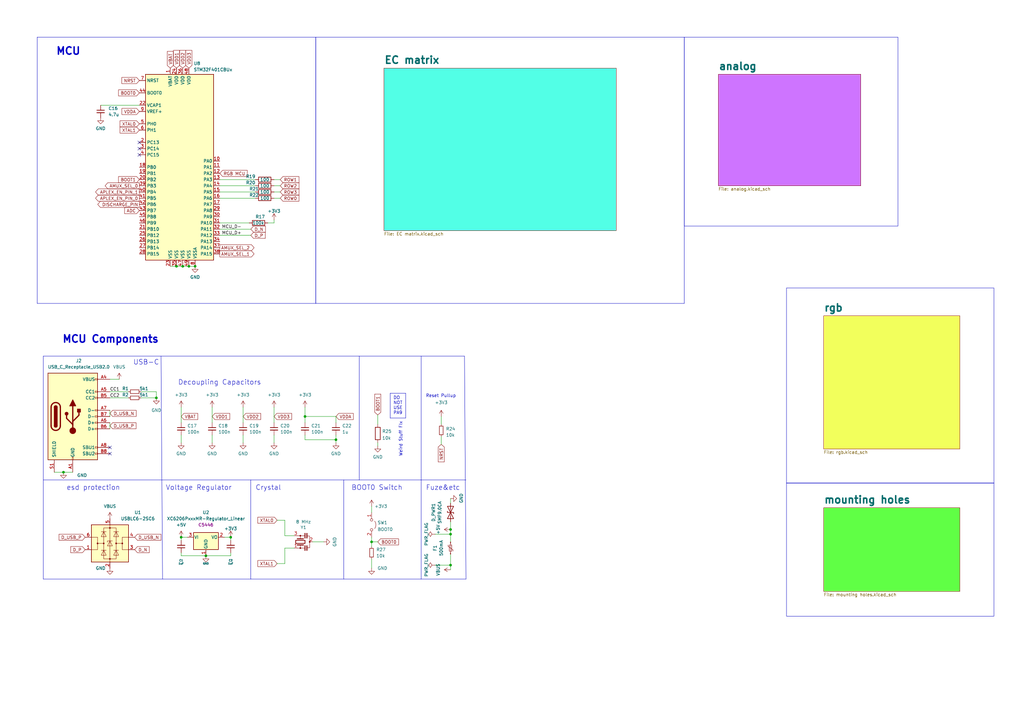
<source format=kicad_sch>
(kicad_sch (version 20230121) (generator eeschema)
  (paper "A3")
  (lib_symbols
    (symbol "Connector:USB_C_Receptacle_USB2.0" (pin_names (offset 1.016))
      (property "Reference" "J" (at -10.16 19.05 0))
      (property "Value" "USB_C_Receptacle_USB2.0" (at 19.05 19.05 0))
      (symbol "USB_C_Receptacle_USB2.0_0_0"
        (rectangle (start -0.254 -17.78) (end 0.254 -16.764))
        (rectangle (start 10.16 -14.986) (end 9.144 -15.494))
        (rectangle (start 10.16 -12.446) (end 9.144 -12.954))
        (rectangle (start 10.16 -4.826) (end 9.144 -5.334))
        (rectangle (start 10.16 -2.286) (end 9.144 -2.794))
        (rectangle (start 10.16 0.254) (end 9.144 -0.254))
        (rectangle (start 10.16 2.794) (end 9.144 2.286))
        (rectangle (start 10.16 7.874) (end 9.144 7.366))
        (rectangle (start 10.16 10.414) (end 9.144 9.906))
        (rectangle (start 10.16 15.494) (end 9.144 14.986))
      )
      (symbol "USB_C_Receptacle_USB2.0_0_1"
        (rectangle (start -10.16 17.78) (end 10.16 -17.78) (stroke (width 0.254)) (fill (type background)))
        (arc (start -8.89 -3.81) (mid -6.985 -5.7067) (end -5.08 -3.81) (stroke (width 0.508)))
        (arc (start -7.62 -3.81) (mid -6.985 -4.4423) (end -6.35 -3.81) (stroke (width 0.254)))
        (arc (start -7.62 -3.81) (mid -6.985 -4.4423) (end -6.35 -3.81) (stroke (width 0.254)) (fill (type outline)))
        (rectangle (start -7.62 -3.81) (end -6.35 3.81) (stroke (width 0.254)) (fill (type outline)))
        (arc (start -6.35 3.81) (mid -6.985 4.4423) (end -7.62 3.81) (stroke (width 0.254)))
        (arc (start -6.35 3.81) (mid -6.985 4.4423) (end -7.62 3.81) (stroke (width 0.254)) (fill (type outline)))
        (arc (start -5.08 3.81) (mid -6.985 5.7067) (end -8.89 3.81) (stroke (width 0.508)))
        (circle (center -2.54 1.143) (radius 0.635) (stroke (width 0.254)) (fill (type outline)))
        (circle (center 0 -5.842) (radius 1.27) (fill (type outline)))
        (polyline (pts (xy -8.89 -3.81) (xy -8.89 3.81)) (stroke (width 0.508)))
        (polyline (pts (xy -5.08 3.81) (xy -5.08 -3.81)) (stroke (width 0.508)))
        (polyline (pts (xy 0 -5.842) (xy 0 4.318)) (stroke (width 0.508)))
        (polyline (pts (xy 0 -3.302) (xy -2.54 -0.762) (xy -2.54 0.508)) (stroke (width 0.508)))
        (polyline (pts (xy 0 -2.032) (xy 2.54 0.508) (xy 2.54 1.778)) (stroke (width 0.508)))
        (polyline (pts (xy -1.27 4.318) (xy 0 6.858) (xy 1.27 4.318) (xy -1.27 4.318)) (stroke (width 0.254)) (fill (type outline)))
        (rectangle (start 1.905 1.778) (end 3.175 3.048) (stroke (width 0.254)) (fill (type outline)))
      )
      (symbol "USB_C_Receptacle_USB2.0_1_1"
        (pin passive line (at 0 -22.86 90) (length 5.08) (name "GND") (number "A1"))
        (pin passive line (at 0 -22.86 90) (length 5.08) hide (name "GND") (number "A12"))
        (pin passive line (at 15.24 15.24 180) (length 5.08) (name "VBUS") (number "A4"))
        (pin bidirectional line (at 15.24 10.16 180) (length 5.08) (name "CC1") (number "A5"))
        (pin bidirectional line (at 15.24 -2.54 180) (length 5.08) (name "D+") (number "A6"))
        (pin bidirectional line (at 15.24 2.54 180) (length 5.08) (name "D-") (number "A7"))
        (pin bidirectional line (at 15.24 -12.7 180) (length 5.08) (name "SBU1") (number "A8"))
        (pin passive line (at 15.24 15.24 180) (length 5.08) hide (name "VBUS") (number "A9"))
        (pin passive line (at 0 -22.86 90) (length 5.08) hide (name "GND") (number "B1"))
        (pin passive line (at 0 -22.86 90) (length 5.08) hide (name "GND") (number "B12"))
        (pin passive line (at 15.24 15.24 180) (length 5.08) hide (name "VBUS") (number "B4"))
        (pin bidirectional line (at 15.24 7.62 180) (length 5.08) (name "CC2") (number "B5"))
        (pin bidirectional line (at 15.24 -5.08 180) (length 5.08) (name "D+") (number "B6"))
        (pin bidirectional line (at 15.24 0 180) (length 5.08) (name "D-") (number "B7"))
        (pin bidirectional line (at 15.24 -15.24 180) (length 5.08) (name "SBU2") (number "B8"))
        (pin passive line (at 15.24 15.24 180) (length 5.08) hide (name "VBUS") (number "B9"))
        (pin passive line (at -7.62 -22.86 90) (length 5.08) (name "SHIELD") (number "S1"))
      )
    )
    (symbol "Device:C_Small" (pin_numbers hide) (pin_names (offset 0.254) hide)
      (property "Reference" "C" (at 0.254 1.778 0))
      (property "Value" "C_Small" (at 0.254 -2.032 0))
      (symbol "C_Small_0_1"
        (polyline (pts (xy -1.524 -0.508) (xy 1.524 -0.508)) (stroke (width 0.3302)))
        (polyline (pts (xy -1.524 0.508) (xy 1.524 0.508)) (stroke (width 0.3048)))
      )
      (symbol "C_Small_1_1"
        (pin passive line (at 0 2.54 270) (length 2.032) (name "~") (number "1"))
        (pin passive line (at 0 -2.54 90) (length 2.032) (name "~") (number "2"))
      )
    )
    (symbol "Device:D_TVS" (pin_numbers hide) (pin_names (offset 1.016) hide)
      (property "Reference" "D" (at 0 2.54 0))
      (property "Value" "D_TVS" (at 0 -2.54 0))
      (symbol "D_TVS_0_1"
        (polyline (pts (xy 1.27 0) (xy -1.27 0)))
        (polyline (pts (xy 0.508 1.27) (xy 0 1.27) (xy 0 -1.27) (xy -0.508 -1.27)) (stroke (width 0.254)))
        (polyline (pts (xy -2.54 1.27) (xy -2.54 -1.27) (xy 2.54 1.27) (xy 2.54 -1.27) (xy -2.54 1.27)) (stroke (width 0.254)))
      )
      (symbol "D_TVS_1_1"
        (pin passive line (at -3.81 0 0) (length 2.54) (name "A1") (number "1"))
        (pin passive line (at 3.81 0 180) (length 2.54) (name "A2") (number "2"))
      )
    )
    (symbol "Device:Polyfuse_Small" (pin_numbers hide) (pin_names (offset 0))
      (property "Reference" "F" (at -1.905 0 90))
      (property "Value" "Polyfuse_Small" (at 1.905 0 90))
      (symbol "Polyfuse_Small_0_1"
        (rectangle (start -0.508 1.27) (end 0.508 -1.27))
        (polyline (pts (xy 0 2.54) (xy 0 -2.54)))
        (polyline (pts (xy -1.016 1.27) (xy -1.016 0.762) (xy 1.016 -0.762) (xy 1.016 -1.27)))
      )
      (symbol "Polyfuse_Small_1_1"
        (pin passive line (at 0 2.54 270) (length 0.635) (name "~") (number "1"))
        (pin passive line (at 0 -2.54 90) (length 0.635) (name "~") (number "2"))
      )
    )
    (symbol "Device:R" (pin_numbers hide) (pin_names (offset 0))
      (property "Reference" "R" (at 2.032 0 90))
      (property "Value" "R" (at 0 0 90))
      (symbol "R_0_1"
        (rectangle (start -1.016 -2.54) (end 1.016 2.54) (stroke (width 0.254)))
      )
      (symbol "R_1_1"
        (pin passive line (at 0 3.81 270) (length 1.27) (name "~") (number "1"))
        (pin passive line (at 0 -3.81 90) (length 1.27) (name "~") (number "2"))
      )
    )
    (symbol "Device:R_Small" (pin_numbers hide) (pin_names (offset 0.254) hide)
      (property "Reference" "R" (at 0.762 0.508 0))
      (property "Value" "R_Small" (at 0.762 -1.016 0))
      (symbol "R_Small_0_1"
        (rectangle (start -0.762 1.778) (end 0.762 -1.778) (stroke (width 0.2032)))
      )
      (symbol "R_Small_1_1"
        (pin passive line (at 0 2.54 270) (length 0.762) (name "~") (number "1"))
        (pin passive line (at 0 -2.54 90) (length 0.762) (name "~") (number "2"))
      )
    )
    (symbol "Device:Resonator_Small" (pin_names (offset 1.016) hide)
      (property "Reference" "Y" (at 3.175 1.905 0))
      (property "Value" "Resonator_Small" (at 3.175 0 0))
      (symbol "Resonator_Small_0_1"
        (rectangle (start -3.556 -2.54) (end -1.524 -2.794) (fill (type outline)))
        (rectangle (start -3.556 -1.778) (end -1.524 -2.032) (fill (type outline)))
        (circle (center -2.54 0) (radius 0.254) (fill (type outline)))
        (rectangle (start -0.635 1.905) (end 0.635 -1.905) (stroke (width 0.3048)))
        (circle (center 0 -3.81) (radius 0.254) (fill (type outline)))
        (polyline (pts (xy -2.54 -1.778) (xy -2.54 0)))
        (polyline (pts (xy -2.54 0) (xy -1.397 0)))
        (polyline (pts (xy -2.54 1.27) (xy -2.54 0)))
        (polyline (pts (xy -1.27 -1.27) (xy -1.27 1.27)) (stroke (width 0.381)))
        (polyline (pts (xy 1.27 -1.27) (xy 1.27 1.27)) (stroke (width 0.381)))
        (polyline (pts (xy 1.27 0) (xy 2.54 0)))
        (polyline (pts (xy 2.54 0) (xy 2.54 -1.778)))
        (polyline (pts (xy 2.54 1.27) (xy 2.54 0)))
        (polyline (pts (xy 2.413 -2.794) (xy 2.413 -3.81) (xy -2.413 -3.81) (xy -2.413 -2.667)))
        (rectangle (start 1.524 -2.54) (end 3.556 -2.794) (fill (type outline)))
        (rectangle (start 1.524 -1.778) (end 3.556 -2.032) (fill (type outline)))
        (circle (center 2.54 0) (radius 0.254) (fill (type outline)))
      )
      (symbol "Resonator_Small_1_1"
        (pin passive line (at -2.54 2.54 270) (length 1.27) (name "1") (number "1"))
        (pin passive line (at 0 -5.08 90) (length 1.27) (name "2") (number "2"))
        (pin passive line (at 2.54 2.54 270) (length 1.27) (name "3") (number "3"))
      )
    )
    (symbol "GND_4" (power) (pin_names (offset 0))
      (property "Value" "GND_4" (at 0 -3.81 0))
      (symbol "GND_4_0_1"
        (polyline (pts (xy 0 0) (xy 0 -1.27) (xy 1.27 -1.27) (xy 0 -2.54) (xy -1.27 -1.27) (xy 0 -1.27)))
      )
      (symbol "GND_4_1_1"
        (pin power_in line (at 0 0 270) (length 0) hide (name "GND") (number "1"))
      )
    )
    (symbol "Jumper:Jumper_2_Open" (pin_names (offset 0) hide)
      (property "Reference" "JP" (at 0 2.794 0))
      (property "Value" "Jumper_2_Open" (at 0 -2.286 0))
      (symbol "Jumper_2_Open_0_0"
        (circle (center -2.032 0) (radius 0.508))
        (circle (center 2.032 0) (radius 0.508))
      )
      (symbol "Jumper_2_Open_0_1"
        (arc (start 1.524 1.27) (mid 0 1.778) (end -1.524 1.27))
      )
      (symbol "Jumper_2_Open_1_1"
        (pin passive line (at -5.08 0 0) (length 2.54) (name "A") (number "1"))
        (pin passive line (at 5.08 0 180) (length 2.54) (name "B") (number "2"))
      )
    )
    (symbol "MCU_ST_STM32F4:STM32F401CBUx"
      (property "Reference" "U" (at -15.24 39.37 0))
      (property "Value" "STM32F401CBUx" (at 5.08 39.37 0))
      (symbol "STM32F401CBUx_0_1"
        (rectangle (start -15.24 -38.1) (end 12.7 38.1) (stroke (width 0.254)) (fill (type background)))
      )
      (symbol "STM32F401CBUx_1_1"
        (pin power_in line (at -5.08 40.64 270) (length 2.54) (name "VBAT") (number "1"))
        (pin bidirectional line (at 15.24 2.54 180) (length 2.54) (name "PA0") (number "10"))
        (pin bidirectional line (at 15.24 0 180) (length 2.54) (name "PA1") (number "11"))
        (pin bidirectional line (at 15.24 -2.54 180) (length 2.54) (name "PA2") (number "12"))
        (pin bidirectional line (at 15.24 -5.08 180) (length 2.54) (name "PA3") (number "13"))
        (pin bidirectional line (at 15.24 -7.62 180) (length 2.54) (name "PA4") (number "14"))
        (pin bidirectional line (at 15.24 -10.16 180) (length 2.54) (name "PA5") (number "15"))
        (pin bidirectional line (at 15.24 -12.7 180) (length 2.54) (name "PA6") (number "16"))
        (pin bidirectional line (at 15.24 -15.24 180) (length 2.54) (name "PA7") (number "17"))
        (pin bidirectional line (at -17.78 0 0) (length 2.54) (name "PB0") (number "18"))
        (pin bidirectional line (at -17.78 -2.54 0) (length 2.54) (name "PB1") (number "19"))
        (pin bidirectional line (at -17.78 10.16 0) (length 2.54) (name "PC13") (number "2"))
        (pin bidirectional line (at -17.78 -5.08 0) (length 2.54) (name "PB2") (number "20"))
        (pin bidirectional line (at -17.78 -25.4 0) (length 2.54) (name "PB10") (number "21"))
        (pin power_in line (at -17.78 25.4 0) (length 2.54) (name "VCAP1") (number "22"))
        (pin power_in line (at -5.08 -40.64 90) (length 2.54) (name "VSS") (number "23"))
        (pin power_in line (at -2.54 40.64 270) (length 2.54) (name "VDD") (number "24"))
        (pin bidirectional line (at -17.78 -27.94 0) (length 2.54) (name "PB12") (number "25"))
        (pin bidirectional line (at -17.78 -30.48 0) (length 2.54) (name "PB13") (number "26"))
        (pin bidirectional line (at -17.78 -33.02 0) (length 2.54) (name "PB14") (number "27"))
        (pin bidirectional line (at -17.78 -35.56 0) (length 2.54) (name "PB15") (number "28"))
        (pin bidirectional line (at 15.24 -17.78 180) (length 2.54) (name "PA8") (number "29"))
        (pin bidirectional line (at -17.78 7.62 0) (length 2.54) (name "PC14") (number "3"))
        (pin bidirectional line (at 15.24 -20.32 180) (length 2.54) (name "PA9") (number "30"))
        (pin bidirectional line (at 15.24 -22.86 180) (length 2.54) (name "PA10") (number "31"))
        (pin bidirectional line (at 15.24 -25.4 180) (length 2.54) (name "PA11") (number "32"))
        (pin bidirectional line (at 15.24 -27.94 180) (length 2.54) (name "PA12") (number "33"))
        (pin bidirectional line (at 15.24 -30.48 180) (length 2.54) (name "PA13") (number "34"))
        (pin power_in line (at -2.54 -40.64 90) (length 2.54) (name "VSS") (number "35"))
        (pin power_in line (at 0 40.64 270) (length 2.54) (name "VDD") (number "36"))
        (pin bidirectional line (at 15.24 -33.02 180) (length 2.54) (name "PA14") (number "37"))
        (pin bidirectional line (at 15.24 -35.56 180) (length 2.54) (name "PA15") (number "38"))
        (pin bidirectional line (at -17.78 -7.62 0) (length 2.54) (name "PB3") (number "39"))
        (pin bidirectional line (at -17.78 5.08 0) (length 2.54) (name "PC15") (number "4"))
        (pin bidirectional line (at -17.78 -10.16 0) (length 2.54) (name "PB4") (number "40"))
        (pin bidirectional line (at -17.78 -12.7 0) (length 2.54) (name "PB5") (number "41"))
        (pin bidirectional line (at -17.78 -15.24 0) (length 2.54) (name "PB6") (number "42"))
        (pin bidirectional line (at -17.78 -17.78 0) (length 2.54) (name "PB7") (number "43"))
        (pin input line (at -17.78 30.48 0) (length 2.54) (name "BOOT0") (number "44"))
        (pin bidirectional line (at -17.78 -20.32 0) (length 2.54) (name "PB8") (number "45"))
        (pin bidirectional line (at -17.78 -22.86 0) (length 2.54) (name "PB9") (number "46"))
        (pin power_in line (at 0 -40.64 90) (length 2.54) (name "VSS") (number "47"))
        (pin power_in line (at 2.54 40.64 270) (length 2.54) (name "VDD") (number "48"))
        (pin power_in line (at 2.54 -40.64 90) (length 2.54) (name "VSS") (number "49"))
        (pin input line (at -17.78 17.78 0) (length 2.54) (name "PH0") (number "5"))
        (pin input line (at -17.78 15.24 0) (length 2.54) (name "PH1") (number "6"))
        (pin input line (at -17.78 35.56 0) (length 2.54) (name "NRST") (number "7"))
        (pin power_in line (at 5.08 -40.64 90) (length 2.54) (name "VSSA") (number "8"))
        (pin power_in line (at -17.78 22.86 0) (length 2.54) (name "VREF+") (number "9"))
      )
    )
    (symbol "Power_Protection:USBLC6-2SC6" (pin_names hide)
      (property "Reference" "U" (at 2.54 8.89 0))
      (property "Value" "USBLC6-2SC6" (at 2.54 -8.89 0))
      (symbol "USBLC6-2SC6_0_1"
        (rectangle (start -7.62 -7.62) (end 7.62 7.62) (stroke (width 0.254)) (fill (type background)))
        (circle (center -5.08 0) (radius 0.254) (fill (type outline)))
        (circle (center -2.54 0) (radius 0.254) (fill (type outline)))
        (rectangle (start -2.54 6.35) (end 2.54 -6.35))
        (circle (center 0 -6.35) (radius 0.254) (fill (type outline)))
        (polyline (pts (xy -5.08 -2.54) (xy -7.62 -2.54)))
        (polyline (pts (xy -5.08 0) (xy -5.08 -2.54)))
        (polyline (pts (xy -5.08 2.54) (xy -7.62 2.54)))
        (polyline (pts (xy -1.524 -2.794) (xy -3.556 -2.794)))
        (polyline (pts (xy -1.524 4.826) (xy -3.556 4.826)))
        (polyline (pts (xy 0 -7.62) (xy 0 -6.35)))
        (polyline (pts (xy 0 -6.35) (xy 0 1.27)))
        (polyline (pts (xy 0 1.27) (xy 0 6.35)))
        (polyline (pts (xy 0 6.35) (xy 0 7.62)))
        (polyline (pts (xy 1.524 -2.794) (xy 3.556 -2.794)))
        (polyline (pts (xy 1.524 4.826) (xy 3.556 4.826)))
        (polyline (pts (xy 5.08 -2.54) (xy 7.62 -2.54)))
        (polyline (pts (xy 5.08 0) (xy 5.08 -2.54)))
        (polyline (pts (xy 5.08 2.54) (xy 7.62 2.54)))
        (polyline (pts (xy -2.54 0) (xy -5.08 0) (xy -5.08 2.54)))
        (polyline (pts (xy 2.54 0) (xy 5.08 0) (xy 5.08 2.54)))
        (polyline (pts (xy -3.556 -4.826) (xy -1.524 -4.826) (xy -2.54 -2.794) (xy -3.556 -4.826)))
        (polyline (pts (xy -3.556 2.794) (xy -1.524 2.794) (xy -2.54 4.826) (xy -3.556 2.794)))
        (polyline (pts (xy -1.016 -1.016) (xy 1.016 -1.016) (xy 0 1.016) (xy -1.016 -1.016)))
        (polyline (pts (xy 1.016 1.016) (xy 0.762 1.016) (xy -1.016 1.016) (xy -1.016 0.508)))
        (polyline (pts (xy 3.556 -4.826) (xy 1.524 -4.826) (xy 2.54 -2.794) (xy 3.556 -4.826)))
        (polyline (pts (xy 3.556 2.794) (xy 1.524 2.794) (xy 2.54 4.826) (xy 3.556 2.794)))
        (circle (center 0 6.35) (radius 0.254) (fill (type outline)))
        (circle (center 2.54 0) (radius 0.254) (fill (type outline)))
        (circle (center 5.08 0) (radius 0.254) (fill (type outline)))
      )
      (symbol "USBLC6-2SC6_1_1"
        (pin passive line (at -10.16 -2.54 0) (length 2.54) (name "I/O1") (number "1"))
        (pin passive line (at 0 -10.16 90) (length 2.54) (name "GND") (number "2"))
        (pin passive line (at 10.16 -2.54 180) (length 2.54) (name "I/O2") (number "3"))
        (pin passive line (at 10.16 2.54 180) (length 2.54) (name "I/O2") (number "4"))
        (pin passive line (at 0 10.16 270) (length 2.54) (name "VBUS") (number "5"))
        (pin passive line (at -10.16 2.54 0) (length 2.54) (name "I/O1") (number "6"))
      )
    )
    (symbol "kicad-keyboard-parts:XC6206PxxxMR-Regulator_Linear" (pin_names (offset 0.254))
      (property "Reference" "U" (at -3.81 3.175 0))
      (property "Value" "XC6206PxxxMR-Regulator_Linear" (at 0 3.175 0))
      (property "LCSC" "C5446" (at 0 0 0))
      (symbol "XC6206PxxxMR-Regulator_Linear_0_1"
        (rectangle (start -5.08 1.905) (end 5.08 -5.08) (stroke (width 0.254)) (fill (type background)))
      )
      (symbol "XC6206PxxxMR-Regulator_Linear_1_1"
        (pin power_in line (at 0 -7.62 90) (length 2.54) (name "GND") (number "1"))
        (pin power_out line (at 7.62 0 180) (length 2.54) (name "VO") (number "2"))
        (pin power_in line (at -7.62 0 0) (length 2.54) (name "VI") (number "3"))
      )
    )
    (symbol "power:+3.3V" (power) (pin_names (offset 0))
      (property "Value" "+3.3V" (at 0 3.556 0))
      (symbol "+3.3V_0_1"
        (polyline (pts (xy -0.762 1.27) (xy 0 2.54)))
        (polyline (pts (xy 0 0) (xy 0 2.54)))
        (polyline (pts (xy 0 2.54) (xy 0.762 1.27)))
      )
      (symbol "+3.3V_1_1"
        (pin power_in line (at 0 0 90) (length 0) hide (name "+3V3") (number "1"))
      )
    )
    (symbol "power:+3V3" (power) (pin_names (offset 0))
      (property "Value" "+3V3" (at 0 3.556 0))
      (symbol "+3V3_0_1"
        (polyline (pts (xy -0.762 1.27) (xy 0 2.54)))
        (polyline (pts (xy 0 0) (xy 0 2.54)))
        (polyline (pts (xy 0 2.54) (xy 0.762 1.27)))
      )
      (symbol "+3V3_1_1"
        (pin power_in line (at 0 0 90) (length 0) hide (name "+3V3") (number "1"))
      )
    )
    (symbol "power:+5V" (power) (pin_names (offset 0))
      (property "Value" "+5V" (at 0 3.556 0))
      (symbol "+5V_0_1"
        (polyline (pts (xy -0.762 1.27) (xy 0 2.54)))
        (polyline (pts (xy 0 0) (xy 0 2.54)))
        (polyline (pts (xy 0 2.54) (xy 0.762 1.27)))
      )
      (symbol "+5V_1_1"
        (pin power_in line (at 0 0 90) (length 0) hide (name "+5V") (number "1"))
      )
    )
    (symbol "power:GND" (power) (pin_names (offset 0))
      (property "Value" "GND" (at 0 -3.81 0))
      (symbol "GND_0_1"
        (polyline (pts (xy 0 0) (xy 0 -1.27) (xy 1.27 -1.27) (xy 0 -2.54) (xy -1.27 -1.27) (xy 0 -1.27)))
      )
      (symbol "GND_1_1"
        (pin power_in line (at 0 0 270) (length 0) hide (name "GND") (number "1"))
      )
    )
    (symbol "power:PWR_FLAG" (power) (pin_numbers hide) (pin_names (offset 0) hide)
      (property "Value" "PWR_FLAG" (at 0 3.81 0))
      (symbol "PWR_FLAG_0_0"
        (pin power_out line (at 0 0 90) (length 0) (name "pwr") (number "1"))
      )
      (symbol "PWR_FLAG_0_1"
        (polyline (pts (xy 0 0) (xy 0 1.27) (xy -1.016 1.905) (xy 0 2.54) (xy 1.016 1.905) (xy 0 1.27)))
      )
    )
    (symbol "power:VBUS" (power) (pin_names (offset 0))
      (property "Value" "VBUS" (at 0 3.81 0))
      (symbol "VBUS_0_1"
        (polyline (pts (xy -0.762 1.27) (xy 0 2.54)))
        (polyline (pts (xy 0 0) (xy 0 2.54)))
        (polyline (pts (xy 0 2.54) (xy 0.762 1.27)))
      )
      (symbol "VBUS_1_1"
        (pin power_in line (at 0 0 90) (length 0) hide (name "VBUS") (number "1"))
      )
    )
  )
  (junction (at 80.01 109.22))
  (junction (at 137.795 180.34))
  (junction (at 72.39 109.22))
  (junction (at 184.785 217.17))
  (junction (at 152.4 222.25))
  (junction (at 125.095 170.815))
  (junction (at 26.035 193.675))
  (junction (at 84.455 227.965) (diameter 0.9144))
  (junction (at 94.615 220.345) (diameter 0.9144))
  (junction (at 74.295 220.345) (diameter 0.9144))
  (junction (at 184.785 231.775))
  (junction (at 77.47 109.22))
  (junction (at 74.93 109.22))
  (junction (at 64.135 163.195))
  (junction (at 184.785 219.075))
  (no_connect (at 57.15 58.42))
  (no_connect (at 45.085 186.055))
  (no_connect (at 45.085 183.515))
  (no_connect (at 57.15 60.96))
  (no_connect (at 57.15 63.5))
  (wire (pts (xy 184.785 217.17) (xy 184.785 213.995)))
  (wire (pts (xy 128.27 222.25) (xy 132.715 222.25)))
  (wire (pts (xy 125.095 167.005) (xy 125.095 170.815)))
  (wire (pts (xy 184.785 222.25) (xy 184.785 219.075)))
  (wire (pts (xy 137.795 170.815) (xy 137.795 173.355)))
  (wire (pts (xy 86.995 178.435) (xy 86.995 181.61)))
  (wire (pts (xy 120.65 219.71) (xy 116.84 219.71)))
  (polyline (pts (xy 102.87 196.85) (xy 102.87 237.49)))
  (wire (pts (xy 184.785 219.075) (xy 184.785 217.17)))
  (polyline (pts (xy 17.78 146.05) (xy 190.5 146.05)))
  (wire (pts (xy 114.935 81.28) (xy 112.395 81.28)))
  (wire (pts (xy 69.85 109.22) (xy 72.39 109.22)))
  (wire (pts (xy 125.095 170.815) (xy 137.795 170.815)))
  (polyline (pts (xy 140.97 196.85) (xy 140.97 237.49)))
  (polyline (pts (xy 166.37 171.45) (xy 166.37 161.29)))
  (wire (pts (xy 152.4 207.645) (xy 152.4 210.185)))
  (wire (pts (xy 114.935 76.2) (xy 112.395 76.2)))
  (polyline (pts (xy 172.72 196.85) (xy 172.72 237.49)))
  (polyline (pts (xy 160.02 171.45) (xy 166.37 171.45)))
  (wire (pts (xy 94.615 226.695) (xy 94.615 227.965)))
  (polyline (pts (xy 191.135 237.49) (xy 17.78 237.49)))
  (wire (pts (xy 104.775 76.2) (xy 90.17 76.2)))
  (wire (pts (xy 74.295 226.695) (xy 74.295 227.965)))
  (wire (pts (xy 77.47 109.22) (xy 80.01 109.22)))
  (wire (pts (xy 180.975 170.815) (xy 180.975 173.99)))
  (wire (pts (xy 86.995 167.005) (xy 86.995 173.355)))
  (polyline (pts (xy 172.72 146.05) (xy 172.72 196.85)))
  (wire (pts (xy 41.275 43.18) (xy 57.15 43.18)))
  (wire (pts (xy 152.4 229.235) (xy 152.4 233.045)))
  (wire (pts (xy 154.94 170.18) (xy 154.94 173.99)))
  (wire (pts (xy 45.085 155.575) (xy 48.895 155.575)))
  (wire (pts (xy 113.665 231.14) (xy 116.84 231.14)))
  (wire (pts (xy 113.665 213.36) (xy 116.84 213.36)))
  (wire (pts (xy 137.795 178.435) (xy 137.795 180.34)))
  (polyline (pts (xy 190.5 146.05) (xy 191.135 237.49)))
  (wire (pts (xy 22.225 193.675) (xy 26.035 193.675)))
  (wire (pts (xy 104.775 73.66) (xy 90.17 73.66)))
  (polyline (pts (xy 160.02 161.29) (xy 160.02 171.45)))
  (wire (pts (xy 74.295 167.005) (xy 74.295 173.355)))
  (wire (pts (xy 125.095 180.34) (xy 137.795 180.34)))
  (wire (pts (xy 74.295 178.435) (xy 74.295 181.61)))
  (wire (pts (xy 74.295 220.345) (xy 74.295 221.615)))
  (wire (pts (xy 84.455 227.965) (xy 94.615 227.965)))
  (wire (pts (xy 137.795 180.34) (xy 137.795 181.61)))
  (wire (pts (xy 184.785 231.775) (xy 184.785 227.33)))
  (wire (pts (xy 178.435 231.775) (xy 184.785 231.775)))
  (wire (pts (xy 104.775 81.28) (xy 90.17 81.28)))
  (wire (pts (xy 90.17 78.74) (xy 104.775 78.74)))
  (polyline (pts (xy 17.78 196.85) (xy 191.135 196.85)))
  (wire (pts (xy 45.085 168.275) (xy 45.085 170.815)))
  (wire (pts (xy 45.085 163.195) (xy 52.705 163.195)))
  (wire (pts (xy 109.855 91.44) (xy 112.395 91.44)))
  (wire (pts (xy 184.785 206.375) (xy 184.785 204.47)))
  (polyline (pts (xy 160.02 161.29) (xy 166.37 161.29)))
  (wire (pts (xy 114.935 78.74) (xy 112.395 78.74)))
  (wire (pts (xy 154.94 181.61) (xy 154.94 182.88)))
  (wire (pts (xy 178.435 219.075) (xy 184.785 219.075)))
  (polyline (pts (xy 17.78 146.05) (xy 17.78 237.49)))
  (wire (pts (xy 112.395 167.005) (xy 112.395 173.355)))
  (wire (pts (xy 90.17 96.52) (xy 102.87 96.52)))
  (wire (pts (xy 57.785 160.655) (xy 64.135 160.655)))
  (wire (pts (xy 125.095 178.435) (xy 125.095 180.34)))
  (wire (pts (xy 99.695 178.435) (xy 99.695 181.61)))
  (wire (pts (xy 152.4 220.345) (xy 152.4 222.25)))
  (wire (pts (xy 116.84 219.71) (xy 116.84 213.36)))
  (wire (pts (xy 116.84 231.14) (xy 116.84 224.79)))
  (wire (pts (xy 99.695 167.005) (xy 99.695 173.355)))
  (wire (pts (xy 74.295 220.345) (xy 76.835 220.345)))
  (wire (pts (xy 64.135 160.655) (xy 64.135 163.195)))
  (wire (pts (xy 45.085 173.355) (xy 45.085 175.895)))
  (wire (pts (xy 180.975 179.07) (xy 180.975 182.245)))
  (wire (pts (xy 74.93 109.22) (xy 77.47 109.22)))
  (wire (pts (xy 112.395 91.44) (xy 112.395 90.17)))
  (polyline (pts (xy 66.04 146.05) (xy 66.675 237.49)))
  (wire (pts (xy 116.84 224.79) (xy 120.65 224.79)))
  (wire (pts (xy 125.095 170.815) (xy 125.095 173.355)))
  (wire (pts (xy 102.235 91.44) (xy 90.17 91.44)))
  (wire (pts (xy 114.935 73.66) (xy 112.395 73.66)))
  (wire (pts (xy 84.455 227.965) (xy 74.295 227.965)))
  (wire (pts (xy 184.785 233.68) (xy 184.785 231.775)))
  (wire (pts (xy 152.4 222.25) (xy 152.4 224.155)))
  (wire (pts (xy 45.085 160.655) (xy 52.705 160.655)))
  (wire (pts (xy 72.39 109.22) (xy 74.93 109.22)))
  (wire (pts (xy 112.395 178.435) (xy 112.395 181.61)))
  (wire (pts (xy 57.785 163.195) (xy 64.135 163.195)))
  (polyline (pts (xy 147.32 146.05) (xy 147.32 196.85)))
  (wire (pts (xy 26.035 193.675) (xy 29.845 193.675)))
  (wire (pts (xy 152.4 222.25) (xy 154.94 222.25)))
  (wire (pts (xy 90.17 93.98) (xy 102.87 93.98)))
  (wire (pts (xy 94.615 220.345) (xy 94.615 221.615)))
  (wire (pts (xy 92.075 220.345) (xy 94.615 220.345)))
  (rectangle (start 15.24 15.24) (end 129.54 124.46))
  (rectangle (start 322.58 198.12) (end 407.67 252.73))
  (rectangle (start 280.67 15.24) (end 368.3 92.71))
  (rectangle (start 322.58 118.11) (end 407.67 198.12))
  (rectangle (start 129.54 15.24) (end 280.67 124.46))
  (text "BOOT0 Switch" (at 144.145 201.295 0) (effects (font (size 2 2)) (justify left bottom)))
  (text "esd protection\n" (at 27.305 201.295 0) (effects (font (size 2 2)) (justify left bottom)))
  (text "Weird Stuff FIx" (at 165.1 187.325 90) (effects (font (size 1.27 1.27)) (justify left bottom)))
  (text "Voltage Regulator" (at 67.945 201.295 0) (effects (font (size 2 2)) (justify left bottom)))
  (text "Fuze&etc\n" (at 174.625 201.295 0) (effects (font (size 2 2)) (justify left bottom)))
  (text "MCU" (at 22.86 22.86 0) (effects (font (size 3 3) (thickness 0.6) bold) (justify left bottom)))
  (text "DO\nNOT\nUSE\nPA9\n" (at 161.29 170.18 0) (effects (font (size 1.27 1.27)) (justify left bottom)))
  (text "MCU Components" (at 25.4 140.97 0) (effects (font (size 3 3) (thickness 0.6) bold) (justify left bottom)))
  (text "Crystal" (at 104.775 201.295 0) (effects (font (size 2 2)) (justify left bottom)))
  (text "Reset Pullup" (at 174.625 163.195 0) (effects (font (size 1.27 1.27)) (justify left bottom)))
  (text "USB-C" (at 54.61 149.86 0) (effects (font (size 2 2)) (justify left bottom)))
  (text "Decoupling Capacitors" (at 73.025 158.115 0) (effects (font (size 2 2)) (justify left bottom)))
  (label "MCU_D-" (at 99.06 93.98 180))
  (label "CC2" (at 45.085 163.195 0))
  (label "MCU_D+" (at 99.06 96.52 180))
  (label "CC1" (at 45.085 160.655 0))
  (global_label "VDD2" (shape input) (at 99.695 170.815 0) (property "Intersheetrefs" "${INTERSHEET_REFS}" (effects hide)))
  (global_label "ROW0" (shape input) (at 114.935 81.28 0) (property "Intersheetrefs" "${INTERSHEET_REFS}" (effects hide)))
  (global_label "XTAL0" (shape input) (at 57.15 50.8 180) (property "Intersheetrefs" "${INTERSHEET_REFS}" (effects hide)))
  (global_label "ADC" (shape input) (at 57.15 86.36 180) (property "Intersheetrefs" "${INTERSHEET_REFS}" (effects hide)))
  (global_label "D_USB_P" (shape input) (at 45.085 174.625 0) (property "Intersheetrefs" "${INTERSHEET_REFS}" (effects hide)))
  (global_label "ROW3" (shape input) (at 114.935 78.74 0) (property "Intersheetrefs" "${INTERSHEET_REFS}" (effects hide)))
  (global_label "XTAL0" (shape input) (at 113.665 213.36 180) (property "Intersheetrefs" "${INTERSHEET_REFS}" (effects hide)))
  (global_label "XTAL1" (shape input) (at 57.15 53.34 180) (property "Intersheetrefs" "${INTERSHEET_REFS}" (effects hide)))
  (global_label "D_USB_P" (shape input) (at 34.925 220.345 180) (property "Intersheetrefs" "${INTERSHEET_REFS}" (effects hide)))
  (global_label "BOOT1" (shape input) (at 57.15 73.66 180) (property "Intersheetrefs" "${INTERSHEET_REFS}" (effects hide)))
  (global_label "VDD1" (shape input) (at 72.39 27.94 90) (property "Intersheetrefs" "${INTERSHEET_REFS}" (effects hide)))
  (global_label "APLEX_EN_PIN_0" (shape output) (at 57.15 81.28 180) (property "Intersheetrefs" "${INTERSHEET_REFS}" (effects hide)))
  (global_label "ROW2" (shape input) (at 114.935 76.2 0) (property "Intersheetrefs" "${INTERSHEET_REFS}" (effects hide)))
  (global_label "ROW1" (shape input) (at 114.935 73.66 0) (property "Intersheetrefs" "${INTERSHEET_REFS}" (effects hide)))
  (global_label "DISCHARGE_PIN" (shape output) (at 57.15 83.82 180) (property "Intersheetrefs" "${INTERSHEET_REFS}" (effects hide)))
  (global_label "BOOT0" (shape input) (at 154.94 222.25 0) (property "Intersheetrefs" "${INTERSHEET_REFS}" (effects hide)))
  (global_label "NRST" (shape input) (at 180.975 182.245 270) (property "Intersheetrefs" "${INTERSHEET_REFS}" (effects hide)))
  (global_label "AMUX_SEL_1" (shape output) (at 90.17 104.14 0) (property "Intersheetrefs" "${INTERSHEET_REFS}" (effects hide)))
  (global_label "D_N" (shape input) (at 102.87 93.98 0) (property "Intersheetrefs" "${INTERSHEET_REFS}" (effects hide)))
  (global_label "BOOT1" (shape input) (at 154.94 170.18 90) (property "Intersheetrefs" "${INTERSHEET_REFS}" (effects hide)))
  (global_label "D_N" (shape input) (at 55.245 225.425 0) (property "Intersheetrefs" "${INTERSHEET_REFS}" (effects hide)))
  (global_label "VDD3" (shape input) (at 77.47 27.94 90) (property "Intersheetrefs" "${INTERSHEET_REFS}" (effects hide)))
  (global_label "RGB MCU" (shape input) (at 90.17 71.12 0) (property "Intersheetrefs" "${INTERSHEET_REFS}" (effects hide)))
  (global_label "VDD2" (shape input) (at 74.93 27.94 90) (property "Intersheetrefs" "${INTERSHEET_REFS}" (effects hide)))
  (global_label "D_P" (shape input) (at 34.925 225.425 180) (property "Intersheetrefs" "${INTERSHEET_REFS}" (effects hide)))
  (global_label "VDD1" (shape input) (at 86.995 170.815 0) (property "Intersheetrefs" "${INTERSHEET_REFS}" (effects hide)))
  (global_label "VBAT" (shape input) (at 74.295 170.815 0) (property "Intersheetrefs" "${INTERSHEET_REFS}" (effects hide)))
  (global_label "D_USB_N" (shape input) (at 45.085 169.545 0) (property "Intersheetrefs" "${INTERSHEET_REFS}" (effects hide)))
  (global_label "APLEX_EN_PIN_1" (shape output) (at 57.15 78.74 180) (property "Intersheetrefs" "${INTERSHEET_REFS}" (effects hide)))
  (global_label "VDDA" (shape input) (at 137.795 170.815 0) (property "Intersheetrefs" "${INTERSHEET_REFS}" (effects hide)))
  (global_label "AMUX_SEL_2" (shape output) (at 90.17 101.6 0) (property "Intersheetrefs" "${INTERSHEET_REFS}" (effects hide)))
  (global_label "D_USB_N" (shape input) (at 55.245 220.345 0) (property "Intersheetrefs" "${INTERSHEET_REFS}" (effects hide)))
  (global_label "VBAT" (shape input) (at 69.85 27.94 90) (property "Intersheetrefs" "${INTERSHEET_REFS}" (effects hide)))
  (global_label "BOOT0" (shape input) (at 57.15 38.1 180) (property "Intersheetrefs" "${INTERSHEET_REFS}" (effects hide)))
  (global_label "VDDA" (shape input) (at 57.15 45.72 180) (property "Intersheetrefs" "${INTERSHEET_REFS}" (effects hide)))
  (global_label "XTAL1" (shape input) (at 113.665 231.14 180) (property "Intersheetrefs" "${INTERSHEET_REFS}" (effects hide)))
  (global_label "NRST" (shape input) (at 57.15 33.02 180) (property "Intersheetrefs" "${INTERSHEET_REFS}" (effects hide)))
  (global_label "D_P" (shape input) (at 102.87 96.52 0) (property "Intersheetrefs" "${INTERSHEET_REFS}" (effects hide)))
  (global_label "VDD3" (shape input) (at 112.395 170.815 0) (property "Intersheetrefs" "${INTERSHEET_REFS}" (effects hide)))
  (global_label "AMUX_SEL_0" (shape output) (at 57.15 76.2 180) (property "Intersheetrefs" "${INTERSHEET_REFS}" (effects hide)))
  (symbol (lib_id "power:GND") (at 132.715 222.25 90) (unit 1)
    (property "Reference" "#PWR068" (effects hide))
    (property "Value" "GND" (at 137.2775 222.25 0))
  )
  (symbol (lib_id "Device:R") (at 154.94 177.8 180) (unit 1)
    (property "Reference" "R25" (at 156.718 176.8915 0) (effects (justify right)))
    (property "Value" "10k" (at 156.718 179.6666 0) (effects (justify right)))
    (property "Footprint" "Resistor_SMD:R_0402_1005Metric" (effects hide))
    (property "LCSC" "C25744" (effects hide))
  )
  (symbol (lib_id "Device:C_Small") (at 94.615 224.155 180) (unit 1)
    (property "Reference" "C2" (at 94.615 229.87 0) (effects (font (size 0.762 0.762))))
    (property "Value" "1uF" (at 94.615 231.14 0) (effects (font (size 0.762 0.762))))
    (property "Footprint" "Capacitor_SMD:C_0603_1608Metric" (effects hide))
    (property "LCSC" "C52923" (effects hide))
  )
  (symbol (lib_id "MCU_ST_STM32F4:STM32F401CBUx") (at 74.93 68.58 0) (unit 1)
    (property "Reference" "U8" (at 79.4259 26.035 0) (effects (justify left)))
    (property "Value" "STM32F401CBUx" (at 79.4259 28.575 0) (effects (justify left)))
    (property "Footprint" "Package_DFN_QFN:QFN-48-1EP_7x7mm_P0.5mm_EP5.6x5.6mm" (effects hide))
    (property "Datasheet" "http://www.st.com/st-web-ui/static/active/en/resource/technical/document/datasheet/DM00086815.pdf" (effects hide))
    (property "LCSC" "C118825" (effects hide))
  )
  (symbol (lib_id "power:GND") (at 154.94 182.88 0) (unit 1)
    (property "Reference" "#PWR060" (effects hide))
    (property "Value" "GND" (at 154.94 187.4425 0))
  )
  (symbol (lib_id "power:+3.3V") (at 112.395 90.17 0) (unit 1)
    (property "Reference" "#PWR043" (effects hide))
    (property "Value" "+3.3V" (at 112.395 86.5655 0))
  )
  (symbol (lib_id "power:+3V3") (at 99.695 167.005 0) (unit 1)
    (property "Reference" "#PWR050" (effects hide))
    (property "Value" "+3V3" (at 99.695 161.925 0))
  )
  (symbol (lib_id "Device:R_Small") (at 55.245 160.655 90) (unit 1)
    (property "Reference" "R1" (at 51.435 159.385 90))
    (property "Value" "5k1" (at 59.055 159.385 90))
    (property "Footprint" "Resistor_SMD:R_0603_1608Metric" (effects hide))
    (property "LCSC" "C25905" (effects hide))
  )
  (symbol (lib_id "power:PWR_FLAG") (at 178.435 231.775 90) (unit 1)
    (property "Reference" "#FLG01" (effects hide))
    (property "Value" "PWR_FLAG" (at 174.8592 231.775 0))
  )
  (symbol (lib_id "Device:C_Small") (at 74.295 224.155 180) (unit 1)
    (property "Reference" "C1" (at 74.295 229.87 0) (effects (font (size 0.762 0.762))))
    (property "Value" "1uF" (at 74.295 231.14 0) (effects (font (size 0.762 0.762))))
    (property "Footprint" "Capacitor_SMD:C_0603_1608Metric" (effects hide))
    (property "LCSC" "C52923" (effects hide))
  )
  (symbol (lib_name "GND_4") (lib_id "power:GND") (at 26.035 193.675 0) (unit 1)
    (property "Reference" "#PWR013" (effects hide))
    (property "Value" "GND" (at 33.655 194.945 0))
  )
  (symbol (lib_id "power:VBUS") (at 45.085 212.725 0) (unit 1)
    (property "Reference" "#PWR01" (effects hide))
    (property "Value" "VBUS" (at 45.085 207.645 0))
  )
  (symbol (lib_id "power:VBUS") (at 184.785 233.68 90) (unit 1)
    (property "Reference" "#PWR08" (effects hide))
    (property "Value" "VBUS" (at 179.705 233.68 0))
  )
  (symbol (lib_id "power:+3.3V") (at 94.615 220.345 0) (unit 1)
    (property "Reference" "#PWR04" (effects hide))
    (property "Value" "+3.3V" (at 94.615 216.7976 0))
  )
  (symbol (lib_id "Device:D_TVS") (at 184.785 210.185 90) (unit 1)
    (property "Reference" "D_PWR1" (at 177.8 210.185 0))
    (property "Value" "SMF9.0CA" (at 180.34 210.185 0))
    (property "Footprint" "Diode_SMD:D_SOD-123" (effects hide))
  )
  (symbol (lib_id "power:+3V3") (at 152.4 207.645 0) (unit 1)
    (property "Reference" "#PWR063" (effects hide))
    (property "Value" "+3V3" (at 156.21 207.645 0))
  )
  (symbol (lib_id "Device:R") (at 108.585 81.28 270) (mirror x) (unit 1)
    (property "Reference" "R22" (at 102.235 80.01 90) (effects (justify left)))
    (property "Value" "100" (at 106.68 81.28 90) (effects (justify left)))
    (property "Footprint" "Resistor_SMD:R_0402_1005Metric" (effects hide))
    (property "LCSC" "C25076" (effects hide))
  )
  (symbol (lib_id "power:GND") (at 74.295 181.61 0) (unit 1)
    (property "Reference" "#PWR055" (effects hide))
    (property "Value" "GND" (at 74.295 186.055 0))
  )
  (symbol (lib_id "power:GND") (at 152.4 233.045 0) (unit 1)
    (property "Reference" "#PWR071" (effects hide))
    (property "Value" "GND" (at 156.845 233.045 0))
  )
  (symbol (lib_id "Jumper:Jumper_2_Open") (at 152.4 215.265 270) (unit 1)
    (property "Reference" "SW1" (at 154.813 214.3565 90) (effects (justify left)))
    (property "Value" "BOOT0" (at 154.813 217.1316 90) (effects (justify left)))
    (property "Footprint" "Connector_PinHeader_2.54mm:PinHeader_1x02_P2.54mm_Vertical" (effects hide))
  )
  (symbol (lib_id "power:+3V3") (at 180.975 170.815 0) (unit 1)
    (property "Reference" "#PWR053" (effects hide))
    (property "Value" "+3V3" (at 180.975 165.1 0))
  )
  (symbol (lib_id "power:GND") (at 99.695 181.61 0) (unit 1)
    (property "Reference" "#PWR057" (effects hide))
    (property "Value" "GND" (at 99.695 186.055 0))
  )
  (symbol (lib_id "Device:C_Small") (at 125.095 175.895 0) (unit 1)
    (property "Reference" "C21" (at 127.635 174.6312 0) (effects (justify left)))
    (property "Value" "100n" (at 127.635 177.1712 0) (effects (justify left)))
    (property "Footprint" "Capacitor_SMD:C_0402_1005Metric" (effects hide))
  )
  (symbol (lib_id "power:VBUS") (at 48.895 155.575 0) (unit 1)
    (property "Reference" "#PWR015" (effects hide))
    (property "Value" "VBUS" (at 48.895 150.495 0))
  )
  (symbol (lib_id "power:+5V") (at 74.295 220.345 0) (unit 1)
    (property "Reference" "#PWR03" (effects hide))
    (property "Value" "+5V" (at 74.295 215.265 0))
  )
  (symbol (lib_id "power:+3V3") (at 112.395 167.005 0) (unit 1)
    (property "Reference" "#PWR051" (effects hide))
    (property "Value" "+3V3" (at 112.395 161.925 0))
  )
  (symbol (lib_id "Device:C_Small") (at 137.795 175.895 0) (unit 1)
    (property "Reference" "C22" (at 140.335 174.6312 0) (effects (justify left)))
    (property "Value" "1u" (at 140.335 177.1712 0) (effects (justify left)))
    (property "Footprint" "Capacitor_SMD:C_0402_1005Metric" (effects hide))
  )
  (symbol (lib_id "power:GND") (at 45.085 233.045 0) (unit 1)
    (property "Reference" "#PWR02" (effects hide))
    (property "Value" "GND" (at 41.275 233.045 0))
  )
  (symbol (lib_id "Connector:USB_C_Receptacle_USB2.0") (at 29.845 170.815 0) (unit 1)
    (property "Reference" "J2" (at 32.3215 147.955 0))
    (property "Value" "USB_C_Receptacle_USB2.0" (at 32.3215 150.495 0))
    (property "Footprint" "Connector_USB:USB_C_Receptacle_HRO_TYPE-C-31-M-12" (effects hide))
    (property "Datasheet" "https://www.usb.org/sites/default/files/documents/usb_type-c.zip" (effects hide))
    (property "LCSC" "C165948" (effects hide))
  )
  (symbol (lib_id "Device:R") (at 108.585 73.66 90) (mirror x) (unit 1)
    (property "Reference" "R19" (at 104.775 72.39 90) (effects (justify left)))
    (property "Value" "100" (at 110.49 73.66 90) (effects (justify left)))
    (property "Footprint" "Resistor_SMD:R_0402_1005Metric" (effects hide))
    (property "LCSC" "C25076" (effects hide))
  )
  (symbol (lib_id "Device:R_Small") (at 180.975 176.53 0) (unit 1)
    (property "Reference" "R24" (at 182.88 175.895 0) (effects (justify left)))
    (property "Value" "10k" (at 182.88 178.435 0) (effects (justify left)))
    (property "Footprint" "Resistor_SMD:R_0402_1005Metric" (effects hide))
  )
  (symbol (lib_id "power:GND") (at 137.795 181.61 0) (unit 1)
    (property "Reference" "#PWR059" (effects hide))
    (property "Value" "GND" (at 137.795 186.055 0))
  )
  (symbol (lib_id "power:GND") (at 41.275 48.26 0) (unit 1)
    (property "Reference" "#PWR042" (effects hide))
    (property "Value" "GND" (at 41.275 52.705 0))
  )
  (symbol (lib_id "Device:R") (at 106.045 91.44 90) (unit 1)
    (property "Reference" "R17" (at 104.775 88.9 90) (effects (justify right)))
    (property "Value" "100k" (at 103.505 91.44 90) (effects (justify right)))
    (property "Footprint" "Resistor_SMD:R_0402_1005Metric" (effects hide))
    (property "LCSC" "C25741" (effects hide))
  )
  (symbol (lib_id "Device:Polyfuse_Small") (at 184.785 224.79 180) (unit 1)
    (property "Reference" "F1" (at 178.435 224.79 90))
    (property "Value" "500mA" (at 180.975 224.79 90))
    (property "Footprint" "Fuse:Fuse_1206_3216Metric" (effects hide))
    (property "LCSC" "C70076" (effects hide))
  )
  (symbol (lib_id "power:+3V3") (at 86.995 167.005 0) (unit 1)
    (property "Reference" "#PWR049" (effects hide))
    (property "Value" "+3V3" (at 86.995 161.925 0))
  )
  (symbol (lib_id "power:+5V") (at 184.785 217.17 90) (unit 1)
    (property "Reference" "#PWR09" (effects hide))
    (property "Value" "+5V" (at 179.705 217.17 0))
  )
  (symbol (lib_id "power:GND") (at 80.01 109.22 0) (unit 1)
    (property "Reference" "#PWR044" (effects hide))
    (property "Value" "GND" (at 80.01 113.665 0))
  )
  (symbol (lib_id "Device:R") (at 108.585 78.74 270) (mirror x) (unit 1)
    (property "Reference" "R21" (at 102.235 77.47 90) (effects (justify left)))
    (property "Value" "100" (at 106.68 78.74 90) (effects (justify left)))
    (property "Footprint" "Resistor_SMD:R_0402_1005Metric" (effects hide))
    (property "LCSC" "C25076" (effects hide))
  )
  (symbol (lib_id "power:GND") (at 112.395 181.61 0) (unit 1)
    (property "Reference" "#PWR058" (effects hide))
    (property "Value" "GND" (at 112.395 186.055 0))
  )
  (symbol (lib_id "power:GND") (at 184.785 204.47 90) (unit 1)
    (property "Reference" "#PWR017" (effects hide))
    (property "Value" "GND" (at 189.1792 204.343 0))
  )
  (symbol (lib_id "kicad-keyboard-parts:XC6206PxxxMR-Regulator_Linear") (at 84.455 220.345 0) (unit 1)
    (property "Reference" "U2" (at 84.455 210.185 0))
    (property "Value" "XC6206PxxxMR-Regulator_Linear" (at 84.455 212.725 0))
    (property "Footprint" "Package_TO_SOT_SMD:SOT-23" (effects hide))
    (property "Datasheet" "https://www.torexsemi.com/file/xc6206/XC6206.pdf" (effects hide))
    (property "LCSC" "C5446" (at 84.455 215.265 0))
  )
  (symbol (lib_id "power:+3V3") (at 125.095 167.005 0) (unit 1)
    (property "Reference" "#PWR052" (effects hide))
    (property "Value" "+3V3" (at 125.095 161.925 0))
  )
  (symbol (lib_id "power:PWR_FLAG") (at 178.435 219.075 90) (unit 1)
    (property "Reference" "#FLG02" (effects hide))
    (property "Value" "PWR_FLAG" (at 174.8592 219.075 0))
  )
  (symbol (lib_id "Device:C_Small") (at 99.695 175.895 0) (unit 1)
    (property "Reference" "C19" (at 102.235 174.6312 0) (effects (justify left)))
    (property "Value" "100n" (at 102.235 177.1712 0) (effects (justify left)))
    (property "Footprint" "Capacitor_SMD:C_0402_1005Metric" (effects hide))
  )
  (symbol (lib_id "Power_Protection:USBLC6-2SC6") (at 45.085 222.885 0) (unit 1)
    (property "Reference" "U1" (at 56.515 210.185 0))
    (property "Value" "USBLC6-2SC6" (at 56.515 212.725 0))
    (property "Footprint" "Package_TO_SOT_SMD:SOT-23-6" (effects hide))
    (property "Datasheet" "https://www.st.com/resource/en/datasheet/usblc6-2.pdf" (effects hide))
    (property "LCSC" "C2827654" (effects hide))
  )
  (symbol (lib_id "Device:C_Small") (at 112.395 175.895 0) (unit 1)
    (property "Reference" "C20" (at 114.935 174.6312 0) (effects (justify left)))
    (property "Value" "100n" (at 114.935 177.1712 0) (effects (justify left)))
    (property "Footprint" "Capacitor_SMD:C_0402_1005Metric" (effects hide))
  )
  (symbol (lib_id "Device:R_Small") (at 55.245 163.195 90) (unit 1)
    (property "Reference" "R2" (at 51.435 161.925 90))
    (property "Value" "5k1" (at 59.055 161.925 90))
    (property "Footprint" "Resistor_SMD:R_0603_1608Metric" (effects hide))
    (property "LCSC" "C25905" (effects hide))
  )
  (symbol (lib_id "Device:R_Small") (at 152.4 226.695 0) (unit 1)
    (property "Reference" "R27" (at 154.305 225.4249 0) (effects (justify left)))
    (property "Value" "10k" (at 154.305 227.9649 0) (effects (justify left)))
    (property "Footprint" "Resistor_SMD:R_0402_1005Metric" (effects hide))
  )
  (symbol (lib_id "Device:C_Small") (at 86.995 175.895 0) (unit 1)
    (property "Reference" "C18" (at 89.535 174.6312 0) (effects (justify left)))
    (property "Value" "100n" (at 89.535 177.1712 0) (effects (justify left)))
    (property "Footprint" "Capacitor_SMD:C_0402_1005Metric" (effects hide))
  )
  (symbol (lib_id "Device:C_Small") (at 41.275 45.72 0) (unit 1)
    (property "Reference" "C16" (at 44.45 44.4562 0) (effects (justify left)))
    (property "Value" "4.7u" (at 44.45 46.9962 0) (effects (justify left)))
    (property "Footprint" "Capacitor_SMD:C_0402_1005Metric" (effects hide))
  )
  (symbol (lib_id "power:+3V3") (at 74.295 167.005 0) (unit 1)
    (property "Reference" "#PWR048" (effects hide))
    (property "Value" "+3V3" (at 74.295 161.925 0))
  )
  (symbol (lib_id "power:GND") (at 84.455 227.965 0) (unit 1)
    (property "Reference" "#PWR05" (effects hide))
    (property "Value" "GND" (at 84.455 231.14 0) (effects (font (size 0.762 0.762))))
  )
  (symbol (lib_id "Device:C_Small") (at 74.295 175.895 0) (unit 1)
    (property "Reference" "C17" (at 76.835 174.6312 0) (effects (justify left)))
    (property "Value" "100n" (at 76.835 177.1712 0) (effects (justify left)))
    (property "Footprint" "Capacitor_SMD:C_0402_1005Metric" (effects hide))
  )
  (symbol (lib_id "Device:R") (at 108.585 76.2 90) (mirror x) (unit 1)
    (property "Reference" "R20" (at 104.775 74.93 90) (effects (justify left)))
    (property "Value" "100" (at 110.49 76.2 90) (effects (justify left)))
    (property "Footprint" "Resistor_SMD:R_0402_1005Metric" (effects hide))
    (property "LCSC" "C25076" (effects hide))
  )
  (symbol (lib_id "power:GND") (at 64.135 163.195 0) (unit 1)
    (property "Reference" "#PWR010" (effects hide))
    (property "Value" "GND" (at 64.135 168.275 0))
  )
  (symbol (lib_id "Device:Resonator_Small") (at 123.19 222.25 90) (unit 1)
    (property "Reference" "Y1" (at 124.46 216.3318 90))
    (property "Value" "8 MHz" (at 124.46 214.0204 90))
    (property "Footprint" "Crystal:Resonator_SMD_Murata_CSTxExxV-3Pin_3.0x1.1mm" (effects hide))
    (property "LCSC" "C907975" (effects hide))
  )
  (symbol (lib_id "power:GND") (at 86.995 181.61 0) (unit 1)
    (property "Reference" "#PWR056" (effects hide))
    (property "Value" "GND" (at 86.995 186.055 0))
  )
  (sheet (at 157.48 27.94) (size 95.25 66.675) (stroke (width 0.1524)) (fill (color 82 255 230 1.0000))
    (property "Sheetname" "EC matrix" (at 157.48 26.3634 0) (effects (font (size 3 3) bold) (justify left bottom)))
    (property "Sheetfile" "EC matrix.kicad_sch" (at 157.48 95.1996 0) (effects (justify left top)))
  )
  (sheet (at 337.82 208.28) (size 55.88 34.29) (stroke (width 0.1524)) (fill (color 96 255 69 1.0000))
    (property "Sheetname" "mounting holes" (at 337.82 206.7034 0) (effects (font (size 3 3) bold) (justify left bottom)))
    (property "Sheetfile" "mounting holes.kicad_sch" (at 337.82 243.1546 0) (effects (justify left top)))
  )
  (sheet (at 294.64 30.48) (size 58.42 45.72) (stroke (width 0.1524)) (fill (color 206 116 255 1.0000))
    (property "Sheetname" "analog" (at 294.64 28.9034 0) (effects (font (size 3 3) bold) (justify left bottom)))
    (property "Sheetfile" "analog.kicad_sch" (at 294.64 76.7846 0) (effects (justify left top)))
  )
  (sheet (at 337.82 129.54) (size 55.88 54.61) (stroke (width 0.1524)) (fill (color 242 255 92 1.0000))
    (property "Sheetname" "rgb" (at 337.82 127.9634 0) (effects (font (size 3 3) bold) (justify left bottom)))
    (property "Sheetfile" "rgb.kicad_sch" (at 337.82 184.7346 0) (effects (justify left top)))
  )
)
</source>
